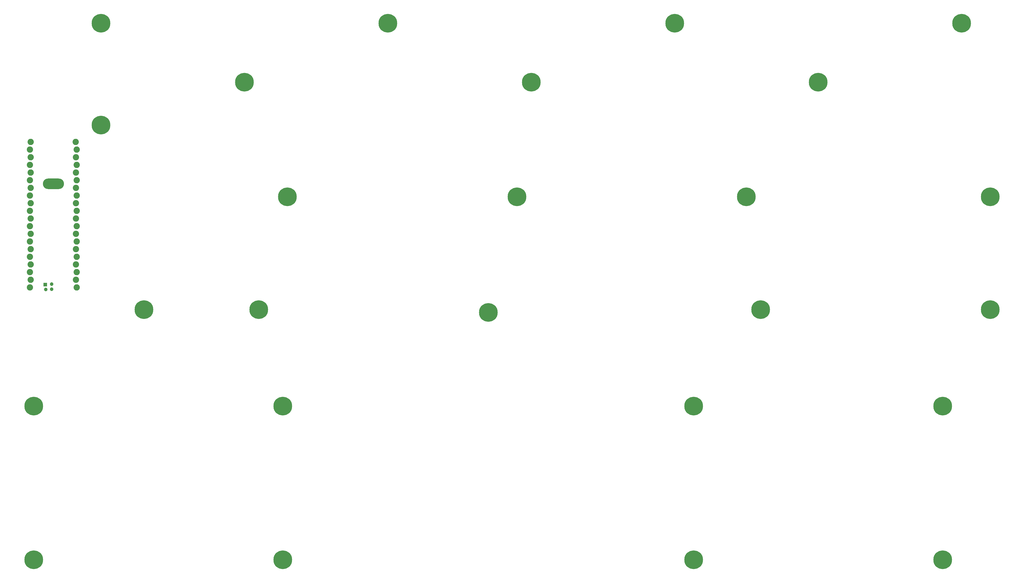
<source format=gbs>
G04 #@! TF.GenerationSoftware,KiCad,Pcbnew,(6.0.7-1)-1*
G04 #@! TF.CreationDate,2022-08-16T19:59:20+02:00*
G04 #@! TF.ProjectId,optical-keyboard-mx,6f707469-6361-46c2-9d6b-6579626f6172,rev?*
G04 #@! TF.SameCoordinates,Original*
G04 #@! TF.FileFunction,Soldermask,Bot*
G04 #@! TF.FilePolarity,Negative*
%FSLAX46Y46*%
G04 Gerber Fmt 4.6, Leading zero omitted, Abs format (unit mm)*
G04 Created by KiCad (PCBNEW (6.0.7-1)-1) date 2022-08-16 19:59:20*
%MOMM*%
%LPD*%
G01*
G04 APERTURE LIST*
G04 Aperture macros list*
%AMRoundRect*
0 Rectangle with rounded corners*
0 $1 Rounding radius*
0 $2 $3 $4 $5 $6 $7 $8 $9 X,Y pos of 4 corners*
0 Add a 4 corners polygon primitive as box body*
4,1,4,$2,$3,$4,$5,$6,$7,$8,$9,$2,$3,0*
0 Add four circle primitives for the rounded corners*
1,1,$1+$1,$2,$3*
1,1,$1+$1,$4,$5*
1,1,$1+$1,$6,$7*
1,1,$1+$1,$8,$9*
0 Add four rect primitives between the rounded corners*
20,1,$1+$1,$2,$3,$4,$5,0*
20,1,$1+$1,$4,$5,$6,$7,0*
20,1,$1+$1,$6,$7,$8,$9,0*
20,1,$1+$1,$8,$9,$2,$3,0*%
G04 Aperture macros list end*
%ADD10C,6.200000*%
%ADD11O,7.000000X3.500000*%
%ADD12C,2.082800*%
%ADD13RoundRect,0.101600X0.500000X-0.500000X0.500000X0.500000X-0.500000X0.500000X-0.500000X-0.500000X0*%
%ADD14C,1.203200*%
G04 APERTURE END LIST*
D10*
X61750000Y-85500000D03*
X57000000Y-10100000D03*
X-12750000Y-168500000D03*
X9500000Y-24350000D03*
X205750000Y-168500000D03*
X23750000Y-85500000D03*
X152000000Y-10100000D03*
X69750000Y-168500000D03*
X304000000Y-48100000D03*
X223250000Y-48100000D03*
X294500000Y9500000D03*
X288250000Y-117500000D03*
X147250000Y-48100000D03*
X69750000Y-117500000D03*
X71250000Y-48100000D03*
X304000000Y-85500000D03*
X104500000Y9500000D03*
X247000000Y-10100000D03*
X137750000Y-86500000D03*
X-12750000Y-117500000D03*
X205750000Y-117500000D03*
X199500000Y9500000D03*
X9500000Y9500000D03*
X288250000Y-168500000D03*
D11*
X-6250000Y-43750000D03*
D12*
X1150000Y-29900000D03*
X1497000Y-32440000D03*
X1243000Y-34980000D03*
X1497000Y-37520000D03*
X1243000Y-40060000D03*
X1497000Y-42600000D03*
X1243000Y-45140000D03*
X1497000Y-47680000D03*
X1243000Y-50220000D03*
X1497000Y-52760000D03*
X1243000Y-55300000D03*
X1497000Y-57840000D03*
X1243000Y-60380000D03*
X1497000Y-62920000D03*
X1243000Y-65460000D03*
X1497000Y-68000000D03*
X1243000Y-70540000D03*
X1497000Y-73080000D03*
X1243000Y-75620000D03*
X1497000Y-78160000D03*
X-13997000Y-78160000D03*
X-13743000Y-75620000D03*
X-13997000Y-73080000D03*
X-13743000Y-70540000D03*
X-13997000Y-68000000D03*
X-13743000Y-65460000D03*
X-13997000Y-62920000D03*
X-13743000Y-60380000D03*
X-13997000Y-57840000D03*
X-13743000Y-55300000D03*
X-13997000Y-52760000D03*
X-13743000Y-50220000D03*
X-13997000Y-47680000D03*
X-13743000Y-45140000D03*
X-13997000Y-42600000D03*
X-13743000Y-40060000D03*
X-13997000Y-37520000D03*
X-13743000Y-34980000D03*
X-13997000Y-32440000D03*
X-13750000Y-29900000D03*
D13*
X-8950000Y-77200000D03*
D14*
X-8780000Y-78880000D03*
X-6850000Y-77100000D03*
X-6800000Y-78770000D03*
D10*
X228000000Y-85500000D03*
M02*

</source>
